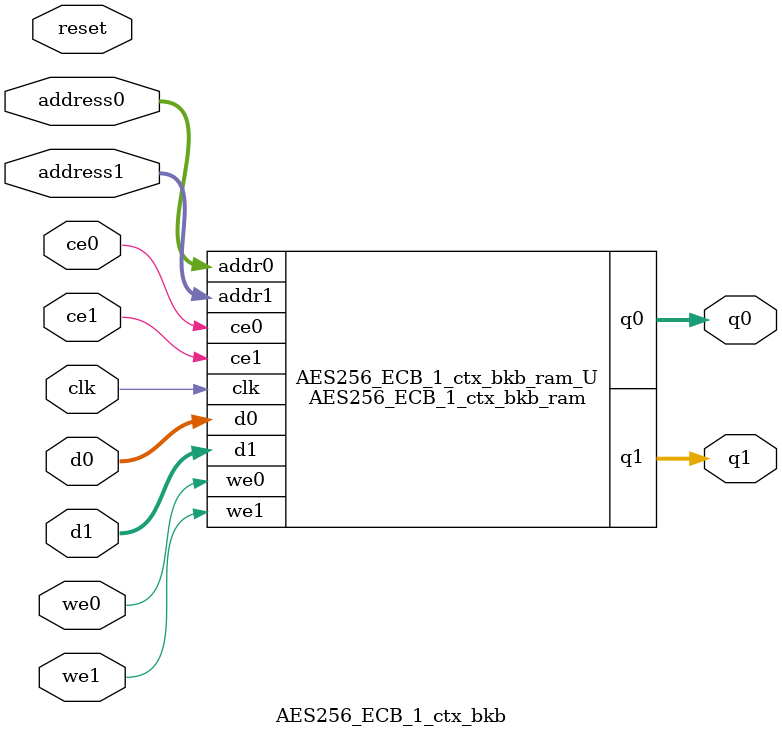
<source format=v>
`timescale 1 ns / 1 ps
module AES256_ECB_1_ctx_bkb_ram (addr0, ce0, d0, we0, q0, addr1, ce1, d1, we1, q1,  clk);

parameter DWIDTH = 8;
parameter AWIDTH = 8;
parameter MEM_SIZE = 240;

input[AWIDTH-1:0] addr0;
input ce0;
input[DWIDTH-1:0] d0;
input we0;
output reg[DWIDTH-1:0] q0;
input[AWIDTH-1:0] addr1;
input ce1;
input[DWIDTH-1:0] d1;
input we1;
output reg[DWIDTH-1:0] q1;
input clk;

(* ram_style = "block" *)reg [DWIDTH-1:0] ram[0:MEM_SIZE-1];




always @(posedge clk)  
begin 
    if (ce0) begin
        if (we0) 
            ram[addr0] <= d0; 
        q0 <= ram[addr0];
    end
end


always @(posedge clk)  
begin 
    if (ce1) begin
        if (we1) 
            ram[addr1] <= d1; 
        q1 <= ram[addr1];
    end
end


endmodule

`timescale 1 ns / 1 ps
module AES256_ECB_1_ctx_bkb(
    reset,
    clk,
    address0,
    ce0,
    we0,
    d0,
    q0,
    address1,
    ce1,
    we1,
    d1,
    q1);

parameter DataWidth = 32'd8;
parameter AddressRange = 32'd240;
parameter AddressWidth = 32'd8;
input reset;
input clk;
input[AddressWidth - 1:0] address0;
input ce0;
input we0;
input[DataWidth - 1:0] d0;
output[DataWidth - 1:0] q0;
input[AddressWidth - 1:0] address1;
input ce1;
input we1;
input[DataWidth - 1:0] d1;
output[DataWidth - 1:0] q1;



AES256_ECB_1_ctx_bkb_ram AES256_ECB_1_ctx_bkb_ram_U(
    .clk( clk ),
    .addr0( address0 ),
    .ce0( ce0 ),
    .we0( we0 ),
    .d0( d0 ),
    .q0( q0 ),
    .addr1( address1 ),
    .ce1( ce1 ),
    .we1( we1 ),
    .d1( d1 ),
    .q1( q1 ));

endmodule


</source>
